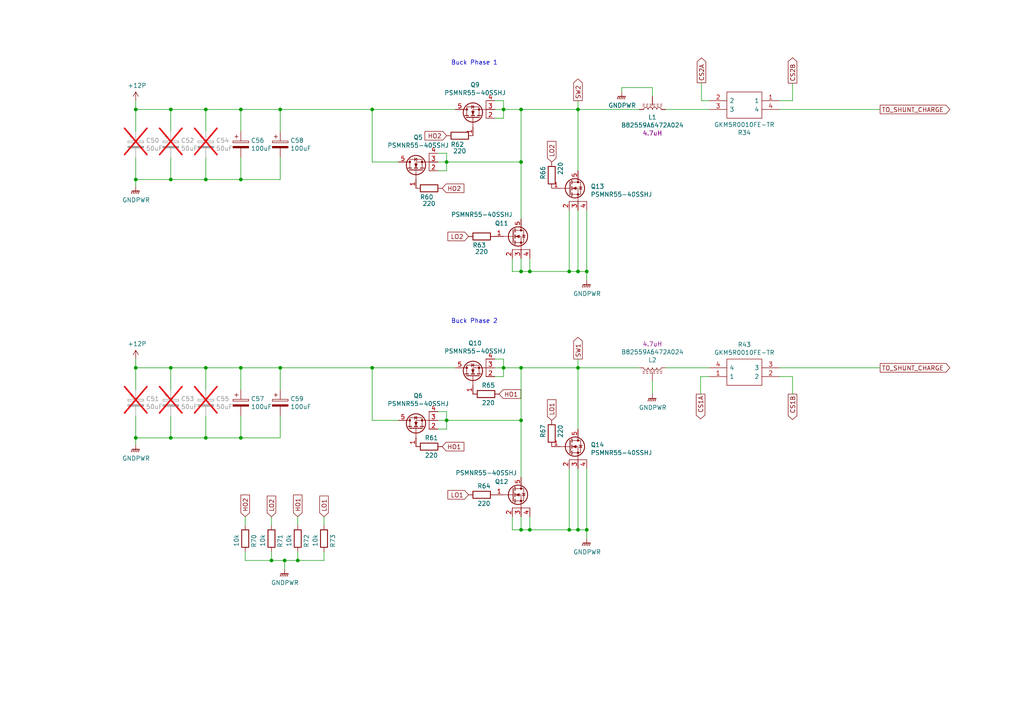
<source format=kicad_sch>
(kicad_sch (version 20231120) (generator "eeschema") (generator_version "8.0")
  (paper "A4")
  (lib_symbols
    (symbol "Device:CP" (pin_numbers hide) (pin_names (offset 0.254))
      (property "Reference" "C" (at 0.635 2.54 0))
      (property "Value" "Device_CP" (at 0.635 -2.54 0))
      (symbol "CP_0_1"
        (rectangle (start -2.286 0.508) (end 2.286 1.016))
        (polyline (pts (xy -1.778 2.286) (xy -0.762 2.286)))
        (polyline (pts (xy -1.27 2.794) (xy -1.27 1.778)))
        (rectangle (start 2.286 -0.508) (end -2.286 -1.016) (fill (type outline)))
      )
      (symbol "CP_1_1"
        (pin passive line (at 0 3.81 270) (length 2.794) (name "~") (number "1"))
        (pin passive line (at 0 -3.81 90) (length 2.794) (name "~") (number "2"))
      )
    )
    (symbol "Device:R" (pin_numbers hide) (pin_names (offset 0))
      (property "Reference" "R" (at 2.032 0 90))
      (property "Value" "R" (at 0 0 90))
      (symbol "R_0_1"
        (rectangle (start -1.016 -2.54) (end 1.016 2.54) (stroke (width 0.254)))
      )
      (symbol "R_1_1"
        (pin passive line (at 0 3.81 270) (length 1.27) (name "~") (number "1"))
        (pin passive line (at 0 -3.81 90) (length 1.27) (name "~") (number "2"))
      )
    )
    (symbol "open-lion:B82559A6472A024" (pin_numbers hide) (pin_names (offset 1.016) hide)
      (property "Reference" "L" (at -1.27 0 90))
      (property "Value" "B82559A6472A024" (at -3.81 0 90))
      (symbol "B82559A6472A024_0_0"
        (pin unspecified line (at 3.81 0 180) (length 2.54) (name "~") (number "3"))
      )
      (symbol "B82559A6472A024_0_1"
        (arc (start 0 -2.54) (mid 0.635 -1.905) (end 0 -1.27))
        (arc (start 0 -1.27) (mid 0.635 -0.635) (end 0 0))
        (polyline (pts (xy 1.016 -2.794) (xy 1.016 -2.286)))
        (polyline (pts (xy 1.016 -1.778) (xy 1.016 -1.27)))
        (polyline (pts (xy 1.016 -0.762) (xy 1.016 -0.254)))
        (polyline (pts (xy 1.016 0.254) (xy 1.016 0.762)))
        (polyline (pts (xy 1.016 1.27) (xy 1.016 1.778)))
        (polyline (pts (xy 1.016 2.286) (xy 1.016 2.794)))
        (polyline (pts (xy 1.524 -2.286) (xy 1.524 -2.794)))
        (polyline (pts (xy 1.524 -1.27) (xy 1.524 -1.778)))
        (polyline (pts (xy 1.524 -0.254) (xy 1.524 -0.762)))
        (polyline (pts (xy 1.524 0.762) (xy 1.524 0.254)))
        (polyline (pts (xy 1.524 1.778) (xy 1.524 1.27)))
        (polyline (pts (xy 1.524 2.794) (xy 1.524 2.286)))
        (arc (start 0 0) (mid 0.635 0.635) (end 0 1.27))
        (arc (start 0 1.27) (mid 0.635 1.905) (end 0 2.54))
      )
      (symbol "B82559A6472A024_1_1"
        (pin passive line (at 0 3.81 270) (length 1.27) (name "1") (number "1"))
        (pin passive line (at 0 -3.81 90) (length 1.27) (name "2") (number "2"))
      )
    )
    (symbol "open-lion:GKM5R0010FE-TR" (pin_names (offset 0.762))
      (property "Reference" "R" (at 16.51 7.62 0))
      (property "Value" "GKM5R0010FE-TR" (at 16.51 5.08 0))
      (symbol "GKM5R0010FE-TR_0_0"
        (pin passive line (at 0 -2.54 0) (length 5.08) (name "1") (number "1"))
        (pin passive line (at 20.32 -2.54 180) (length 5.08) (name "2") (number "2"))
        (pin passive line (at 20.32 0 180) (length 5.08) (name "3") (number "3"))
        (pin passive line (at 0 0 0) (length 5.08) (name "4") (number "4"))
      )
      (symbol "GKM5R0010FE-TR_0_1"
        (polyline (pts (xy 5.08 2.54) (xy 15.24 2.54) (xy 15.24 -5.08) (xy 5.08 -5.08) (xy 5.08 2.54)) (stroke (width 0.1524)))
      )
    )
    (symbol "open-lion:PSMNR55-40SSHJ" (pin_names (offset 1.016))
      (property "Reference" "Q" (at -13.97 5.08 0))
      (property "Value" "PSMNR55-40SSHJ" (at -11.684 7.366 0))
      (symbol "PSMNR55-40SSHJ_0_0"
        (pin unspecified line (at -25.4 -8.89 90) (length 2.54) (name "~") (number "2"))
        (pin unspecified line (at -22.86 -8.89 90) (length 2.54) (name "~") (number "3"))
        (pin unspecified line (at -20.32 -8.89 90) (length 2.54) (name "~") (number "4"))
        (pin unspecified line (at -22.86 2.54 270) (length 2.54) (name "~") (number "5"))
      )
      (symbol "PSMNR55-40SSHJ_0_1"
        (polyline (pts (xy -22.86 -5.08) (xy -22.86 -6.35) (xy -25.4 -6.35) (xy -20.32 -6.35)))
      )
      (symbol "PSMNR55-40SSHJ_1_1"
        (circle (center -23.749 -2.54) (radius 2.794) (stroke (width 0.254)))
        (circle (center -22.86 -4.318) (radius 0.254) (fill (type outline)))
        (circle (center -22.86 -0.762) (radius 0.254) (fill (type outline)))
        (polyline (pts (xy -25.146 -2.54) (xy -27.94 -2.54)))
        (polyline (pts (xy -25.146 -0.635) (xy -25.146 -4.445)) (stroke (width 0.254)))
        (polyline (pts (xy -24.638 -3.81) (xy -24.638 -4.826)) (stroke (width 0.254)))
        (polyline (pts (xy -24.638 -2.032) (xy -24.638 -3.048)) (stroke (width 0.254)))
        (polyline (pts (xy -24.638 -0.254) (xy -24.638 -1.27)) (stroke (width 0.254)))
        (polyline (pts (xy -22.86 0) (xy -22.86 -0.762)))
        (polyline (pts (xy -22.86 -5.08) (xy -22.86 -2.54) (xy -24.638 -2.54)))
        (polyline (pts (xy -24.638 -4.318) (xy -22.098 -4.318) (xy -22.098 -0.762) (xy -24.638 -0.762)))
        (polyline (pts (xy -24.384 -2.54) (xy -23.368 -2.159) (xy -23.368 -2.921) (xy -24.384 -2.54)) (fill (type outline)))
        (polyline (pts (xy -22.606 -2.032) (xy -22.479 -2.159) (xy -21.717 -2.159) (xy -21.59 -2.286)))
        (polyline (pts (xy -22.098 -2.159) (xy -22.479 -2.794) (xy -21.717 -2.794) (xy -22.098 -2.159)))
        (pin unspecified line (at -30.48 -2.54 0) (length 2.54) (name "~") (number "1"))
      )
    )
    (symbol "power:+12P" (power) (pin_names (offset 0))
      (property "Value" "+12P" (at 0 3.556 0))
      (symbol "+12P_0_1"
        (polyline (pts (xy -0.762 1.27) (xy 0 2.54)))
        (polyline (pts (xy 0 0) (xy 0 2.54)))
        (polyline (pts (xy 0 2.54) (xy 0.762 1.27)))
      )
      (symbol "+12P_1_1"
        (pin power_in line (at 0 0 90) (length 0) hide (name "+12P") (number "1"))
      )
    )
    (symbol "power:GNDPWR" (power) (pin_names (offset 0))
      (property "Value" "GNDPWR" (at 0 -3.302 0))
      (symbol "GNDPWR_0_1"
        (polyline (pts (xy 0 -1.27) (xy 0 0)))
        (polyline (pts (xy -1.016 -1.27) (xy -1.27 -2.032) (xy -1.27 -2.032)) (stroke (width 0.2032)))
        (polyline (pts (xy -0.508 -1.27) (xy -0.762 -2.032) (xy -0.762 -2.032)) (stroke (width 0.2032)))
        (polyline (pts (xy 0 -1.27) (xy -0.254 -2.032) (xy -0.254 -2.032)) (stroke (width 0.2032)))
        (polyline (pts (xy 0.508 -1.27) (xy 0.254 -2.032) (xy 0.254 -2.032)) (stroke (width 0.2032)))
        (polyline (pts (xy 1.016 -1.27) (xy -1.016 -1.27) (xy -1.016 -1.27)) (stroke (width 0.2032)))
        (polyline (pts (xy 1.016 -1.27) (xy 0.762 -2.032) (xy 0.762 -2.032) (xy 0.762 -2.032)) (stroke (width 0.2032)))
      )
      (symbol "GNDPWR_1_1"
        (pin power_in line (at 0 0 270) (length 0) hide (name "GNDPWR") (number "1"))
      )
    )
  )
  (junction (at 146.05 106.68))
  (junction (at 165.1 78.74))
  (junction (at 167.64 78.74))
  (junction (at 107.95 106.68))
  (junction (at 49.53 127))
  (junction (at 49.53 106.68))
  (junction (at 146.05 31.75))
  (junction (at 69.85 106.68))
  (junction (at 170.18 78.74))
  (junction (at 59.69 127))
  (junction (at 153.67 153.67))
  (junction (at 49.53 52.07))
  (junction (at 170.18 153.67))
  (junction (at 165.1 153.67))
  (junction (at 69.85 52.07))
  (junction (at 151.13 121.92))
  (junction (at 167.64 153.67))
  (junction (at 153.67 78.74))
  (junction (at 59.69 106.68))
  (junction (at 151.13 46.99))
  (junction (at 39.37 106.68))
  (junction (at 81.28 106.68))
  (junction (at 69.85 31.75))
  (junction (at 39.37 127))
  (junction (at 86.36 162.56))
  (junction (at 129.54 121.92))
  (junction (at 82.55 162.56))
  (junction (at 151.13 153.67))
  (junction (at 167.64 106.68))
  (junction (at 39.37 52.07))
  (junction (at 59.69 31.75))
  (junction (at 151.13 78.74))
  (junction (at 129.54 46.99))
  (junction (at 167.64 31.75))
  (junction (at 78.74 162.56))
  (junction (at 81.28 31.75))
  (junction (at 39.37 31.75))
  (junction (at 69.85 127))
  (junction (at 59.69 52.07))
  (junction (at 49.53 31.75))
  (junction (at 151.13 31.75))
  (junction (at 151.13 106.68))
  (junction (at 107.95 31.75))
  (wire (pts (xy 78.74 160.02) (xy 78.74 162.56)))
  (wire (pts (xy 146.05 106.68) (xy 151.13 106.68)))
  (wire (pts (xy 39.37 106.68) (xy 49.53 106.68)))
  (wire (pts (xy 86.36 149.86) (xy 86.36 152.4)))
  (wire (pts (xy 205.74 29.21) (xy 203.454 29.21)))
  (wire (pts (xy 146.05 31.75) (xy 146.05 34.29)))
  (wire (pts (xy 39.37 52.07) (xy 49.53 52.07)))
  (wire (pts (xy 226.06 109.22) (xy 229.87 109.22)))
  (wire (pts (xy 167.64 135.89) (xy 167.64 153.67)))
  (wire (pts (xy 165.1 153.67) (xy 167.64 153.67)))
  (wire (pts (xy 69.85 45.72) (xy 69.85 52.07)))
  (wire (pts (xy 143.51 106.68) (xy 146.05 106.68)))
  (wire (pts (xy 203.2 109.22) (xy 203.2 114.3)))
  (wire (pts (xy 143.51 31.75) (xy 146.05 31.75)))
  (wire (pts (xy 39.37 31.75) (xy 39.37 38.1)))
  (wire (pts (xy 69.85 120.65) (xy 69.85 127)))
  (wire (pts (xy 59.69 38.1) (xy 59.69 31.75)))
  (wire (pts (xy 153.67 78.74) (xy 151.13 78.74)))
  (wire (pts (xy 226.06 106.68) (xy 255.27 106.68)))
  (wire (pts (xy 146.05 31.75) (xy 151.13 31.75)))
  (wire (pts (xy 129.54 121.92) (xy 129.54 124.46)))
  (wire (pts (xy 39.37 31.75) (xy 49.53 31.75)))
  (wire (pts (xy 39.37 104.14) (xy 39.37 106.68)))
  (wire (pts (xy 180.34 26.67) (xy 180.34 25.4)))
  (wire (pts (xy 127 119.38) (xy 129.54 119.38)))
  (wire (pts (xy 93.98 149.86) (xy 93.98 152.4)))
  (wire (pts (xy 49.53 127) (xy 59.69 127)))
  (wire (pts (xy 226.06 31.75) (xy 255.27 31.75)))
  (wire (pts (xy 71.12 162.56) (xy 71.12 160.02)))
  (wire (pts (xy 81.28 113.03) (xy 81.28 106.68)))
  (wire (pts (xy 167.64 31.75) (xy 167.64 29.21)))
  (wire (pts (xy 49.53 31.75) (xy 59.69 31.75)))
  (wire (pts (xy 229.87 109.22) (xy 229.87 114.3)))
  (wire (pts (xy 49.53 120.65) (xy 49.53 127)))
  (wire (pts (xy 167.64 78.74) (xy 170.18 78.74)))
  (wire (pts (xy 78.74 162.56) (xy 82.55 162.56)))
  (wire (pts (xy 59.69 106.68) (xy 69.85 106.68)))
  (wire (pts (xy 151.13 121.92) (xy 151.13 106.68)))
  (wire (pts (xy 167.64 106.68) (xy 185.42 106.68)))
  (wire (pts (xy 167.64 124.46) (xy 167.64 106.68)))
  (wire (pts (xy 146.05 109.22) (xy 143.51 109.22)))
  (wire (pts (xy 39.37 54.102) (xy 39.37 52.07)))
  (wire (pts (xy 59.69 120.65) (xy 59.69 127)))
  (wire (pts (xy 189.23 27.94) (xy 189.23 25.4)))
  (wire (pts (xy 69.85 106.68) (xy 81.28 106.68)))
  (wire (pts (xy 146.05 106.68) (xy 146.05 109.22)))
  (wire (pts (xy 107.95 46.99) (xy 107.95 31.75)))
  (wire (pts (xy 71.12 162.56) (xy 78.74 162.56)))
  (wire (pts (xy 59.69 31.75) (xy 69.85 31.75)))
  (wire (pts (xy 132.08 106.68) (xy 107.95 106.68)))
  (wire (pts (xy 153.67 153.67) (xy 151.13 153.67)))
  (wire (pts (xy 165.1 78.74) (xy 167.64 78.74)))
  (wire (pts (xy 151.13 46.99) (xy 151.13 31.75)))
  (wire (pts (xy 189.23 110.49) (xy 189.23 114.3)))
  (wire (pts (xy 39.37 127) (xy 49.53 127)))
  (wire (pts (xy 69.85 38.1) (xy 69.85 31.75)))
  (wire (pts (xy 151.13 138.43) (xy 151.13 121.92)))
  (wire (pts (xy 151.13 74.93) (xy 151.13 78.74)))
  (wire (pts (xy 170.18 81.28) (xy 170.18 78.74)))
  (wire (pts (xy 39.37 45.72) (xy 39.37 52.07)))
  (wire (pts (xy 49.53 45.72) (xy 49.53 52.07)))
  (wire (pts (xy 82.55 165.1) (xy 82.55 162.56)))
  (wire (pts (xy 226.06 29.21) (xy 229.87 29.21)))
  (wire (pts (xy 129.54 119.38) (xy 129.54 121.92)))
  (wire (pts (xy 151.13 106.68) (xy 167.64 106.68)))
  (wire (pts (xy 81.28 127) (xy 81.28 120.65)))
  (wire (pts (xy 49.53 113.03) (xy 49.53 106.68)))
  (wire (pts (xy 59.69 127) (xy 69.85 127)))
  (wire (pts (xy 59.69 52.07) (xy 69.85 52.07)))
  (wire (pts (xy 81.28 106.68) (xy 107.95 106.68)))
  (wire (pts (xy 170.18 135.89) (xy 170.18 153.67)))
  (wire (pts (xy 81.28 38.1) (xy 81.28 31.75)))
  (wire (pts (xy 93.98 162.56) (xy 93.98 160.02)))
  (wire (pts (xy 153.67 149.86) (xy 153.67 153.67)))
  (wire (pts (xy 78.74 152.4) (xy 78.74 149.86)))
  (wire (pts (xy 151.13 63.5) (xy 151.13 46.99)))
  (wire (pts (xy 205.74 31.75) (xy 193.04 31.75)))
  (wire (pts (xy 127 44.45) (xy 129.54 44.45)))
  (wire (pts (xy 49.53 106.68) (xy 59.69 106.68)))
  (wire (pts (xy 69.85 52.07) (xy 81.28 52.07)))
  (wire (pts (xy 151.13 149.86) (xy 151.13 153.67)))
  (wire (pts (xy 180.34 25.4) (xy 189.23 25.4)))
  (wire (pts (xy 39.37 106.68) (xy 39.37 113.03)))
  (wire (pts (xy 167.64 153.67) (xy 170.18 153.67)))
  (wire (pts (xy 69.85 127) (xy 81.28 127)))
  (wire (pts (xy 49.53 38.1) (xy 49.53 31.75)))
  (wire (pts (xy 39.37 129.032) (xy 39.37 127)))
  (wire (pts (xy 115.57 121.92) (xy 107.95 121.92)))
  (wire (pts (xy 127 121.92) (xy 129.54 121.92)))
  (wire (pts (xy 153.67 74.93) (xy 153.67 78.74)))
  (wire (pts (xy 86.36 160.02) (xy 86.36 162.56)))
  (wire (pts (xy 81.28 31.75) (xy 107.95 31.75)))
  (wire (pts (xy 132.08 31.75) (xy 107.95 31.75)))
  (wire (pts (xy 129.54 46.99) (xy 129.54 49.53)))
  (wire (pts (xy 167.64 60.96) (xy 167.64 78.74)))
  (wire (pts (xy 129.54 124.46) (xy 127 124.46)))
  (wire (pts (xy 170.18 60.96) (xy 170.18 78.74)))
  (wire (pts (xy 167.64 49.53) (xy 167.64 31.75)))
  (wire (pts (xy 39.37 120.65) (xy 39.37 127)))
  (wire (pts (xy 205.74 106.68) (xy 193.04 106.68)))
  (wire (pts (xy 151.13 153.67) (xy 148.59 153.67)))
  (wire (pts (xy 146.05 34.29) (xy 143.51 34.29)))
  (wire (pts (xy 107.95 121.92) (xy 107.95 106.68)))
  (wire (pts (xy 81.28 52.07) (xy 81.28 45.72)))
  (wire (pts (xy 129.54 44.45) (xy 129.54 46.99)))
  (wire (pts (xy 143.51 29.21) (xy 146.05 29.21)))
  (wire (pts (xy 129.54 46.99) (xy 151.13 46.99)))
  (wire (pts (xy 151.13 31.75) (xy 167.64 31.75)))
  (wire (pts (xy 153.67 78.74) (xy 165.1 78.74)))
  (wire (pts (xy 205.74 109.22) (xy 203.2 109.22)))
  (wire (pts (xy 146.05 29.21) (xy 146.05 31.75)))
  (wire (pts (xy 170.18 156.21) (xy 170.18 153.67)))
  (wire (pts (xy 153.67 153.67) (xy 165.1 153.67)))
  (wire (pts (xy 167.64 106.68) (xy 167.64 104.14)))
  (wire (pts (xy 69.85 113.03) (xy 69.85 106.68)))
  (wire (pts (xy 39.37 29.21) (xy 39.37 31.75)))
  (wire (pts (xy 69.85 31.75) (xy 81.28 31.75)))
  (wire (pts (xy 165.1 60.96) (xy 165.1 78.74)))
  (wire (pts (xy 115.57 46.99) (xy 107.95 46.99)))
  (wire (pts (xy 229.87 29.21) (xy 229.87 24.13)))
  (wire (pts (xy 143.51 104.14) (xy 146.05 104.14)))
  (wire (pts (xy 129.54 121.92) (xy 151.13 121.92)))
  (wire (pts (xy 71.12 149.86) (xy 71.12 152.4)))
  (wire (pts (xy 82.55 162.56) (xy 86.36 162.56)))
  (wire (pts (xy 49.53 52.07) (xy 59.69 52.07)))
  (wire (pts (xy 59.69 113.03) (xy 59.69 106.68)))
  (wire (pts (xy 148.59 78.74) (xy 148.59 74.93)))
  (wire (pts (xy 165.1 135.89) (xy 165.1 153.67)))
  (wire (pts (xy 148.59 153.67) (xy 148.59 149.86)))
  (wire (pts (xy 146.05 104.14) (xy 146.05 106.68)))
  (wire (pts (xy 151.13 78.74) (xy 148.59 78.74)))
  (wire (pts (xy 59.69 45.72) (xy 59.69 52.07)))
  (wire (pts (xy 86.36 162.56) (xy 93.98 162.56)))
  (wire (pts (xy 129.54 49.53) (xy 127 49.53)))
  (wire (pts (xy 167.64 31.75) (xy 185.42 31.75)))
  (wire (pts (xy 127 46.99) (xy 129.54 46.99)))
  (wire (pts (xy 203.454 24.003) (xy 203.454 29.21)))
  (text "Buck Phase 2" (at 130.81 93.98 0) (effects (font (size 1.27 1.27)) (justify left bottom)))
  (text "Buck Phase 1" (at 130.81 19.05 0) (effects (font (size 1.27 1.27)) (justify left bottom)))
  (global_label "LO2" (shape input) (at 78.74 149.86 90) (property "Intersheetrefs" "${INTERSHEET_REFS}" (effects (hide yes))))
  (global_label "CS2B" (shape output) (at 229.87 24.13 90) (property "Intersheetrefs" "${INTERSHEET_REFS}" (effects (hide yes))))
  (global_label "LO2" (shape input) (at 160.02 46.99 90) (property "Intersheetrefs" "${INTERSHEET_REFS}" (effects (hide yes))))
  (global_label "TO_SHUNT_CHARGE" (shape output) (at 255.27 106.68 0) (property "Intersheetrefs" "${INTERSHEET_REFS}" (effects (hide yes))))
  (global_label "SW2" (shape output) (at 167.64 29.21 90) (property "Intersheetrefs" "${INTERSHEET_REFS}" (effects (hide yes))))
  (global_label "HO1" (shape input) (at 128.27 129.54 0) (property "Intersheetrefs" "${INTERSHEET_REFS}" (effects (hide yes))))
  (global_label "SW1" (shape output) (at 167.64 104.14 90) (property "Intersheetrefs" "${INTERSHEET_REFS}" (effects (hide yes))))
  (global_label "HO2" (shape input) (at 128.27 54.61 0) (property "Intersheetrefs" "${INTERSHEET_REFS}" (effects (hide yes))))
  (global_label "CS2A" (shape output) (at 203.454 24.003 90) (property "Intersheetrefs" "${INTERSHEET_REFS}" (effects (hide yes))))
  (global_label "HO2" (shape input) (at 129.54 39.37 180) (property "Intersheetrefs" "${INTERSHEET_REFS}" (effects (hide yes))))
  (global_label "HO1" (shape input) (at 86.36 149.86 90) (property "Intersheetrefs" "${INTERSHEET_REFS}" (effects (hide yes))))
  (global_label "HO1" (shape input) (at 144.78 114.3 0) (property "Intersheetrefs" "${INTERSHEET_REFS}" (effects (hide yes))))
  (global_label "CS1B" (shape output) (at 229.87 114.3 270) (property "Intersheetrefs" "${INTERSHEET_REFS}" (effects (hide yes))))
  (global_label "CS1A" (shape output) (at 203.2 114.3 270) (property "Intersheetrefs" "${INTERSHEET_REFS}" (effects (hide yes))))
  (global_label "LO1" (shape input) (at 160.02 121.92 90) (property "Intersheetrefs" "${INTERSHEET_REFS}" (effects (hide yes))))
  (global_label "TO_SHUNT_CHARGE" (shape output) (at 255.27 31.75 0) (property "Intersheetrefs" "${INTERSHEET_REFS}" (effects (hide yes))))
  (global_label "LO1" (shape input) (at 135.89 143.51 180) (property "Intersheetrefs" "${INTERSHEET_REFS}" (effects (hide yes))))
  (global_label "LO1" (shape input) (at 93.98 149.86 90) (property "Intersheetrefs" "${INTERSHEET_REFS}" (effects (hide yes))))
  (global_label "HO2" (shape input) (at 71.12 149.86 90) (property "Intersheetrefs" "${INTERSHEET_REFS}" (effects (hide yes))))
  (global_label "LO2" (shape input) (at 135.89 68.58 180) (property "Intersheetrefs" "${INTERSHEET_REFS}" (effects (hide yes))))
  (symbol (lib_id "power:GNDPWR") (at 39.37 54.102 0) (unit 1)
    (property "Reference" "#PWR0156" (effects (hide yes)))
    (property "Value" "GNDPWR" (at 39.4716 58.0136 0))
  )
  (symbol (lib_id "power:GNDPWR") (at 39.37 129.032 0) (unit 1)
    (property "Reference" "#PWR0157" (effects (hide yes)))
    (property "Value" "GNDPWR" (at 39.4716 132.9436 0))
  )
  (symbol (lib_id "open-lion:PSMNR55-40SSHJ") (at 118.11 24.13 90) (unit 1)
    (property "Reference" "Q5" (at 121.285 39.8526 90))
    (property "Value" "PSMNR55-40SSHJ" (at 121.285 42.164 90))
    (property "Footprint" "libTX54:LFPAK88" (effects (hide yes)))
  )
  (symbol (lib_id "open-lion:PSMNR55-40SSHJ") (at 134.62 8.89 90) (unit 1)
    (property "Reference" "Q9" (at 137.795 24.6126 90))
    (property "Value" "PSMNR55-40SSHJ" (at 137.795 26.924 90))
    (property "Footprint" "libTX54:LFPAK88" (effects (hide yes)))
  )
  (symbol (lib_id "open-lion:PSMNR55-40SSHJ") (at 190.5 52.07 0) (unit 1)
    (property "Reference" "Q13" (at 171.2976 54.0766 0) (effects (justify left)))
    (property "Value" "PSMNR55-40SSHJ" (at 171.2976 56.388 0) (effects (justify left)))
    (property "Footprint" "libTX54:LFPAK88" (effects (hide yes)))
  )
  (symbol (lib_id "open-lion:PSMNR55-40SSHJ") (at 173.99 66.04 0) (unit 1)
    (property "Reference" "Q11" (at 143.51 64.77 0) (effects (justify left)))
    (property "Value" "PSMNR55-40SSHJ" (at 130.81 62.23 0) (effects (justify left)))
    (property "Footprint" "libTX54:LFPAK88" (effects (hide yes)))
  )
  (symbol (lib_id "open-lion:B82559A6472A024") (at 189.23 31.75 90) (unit 1)
    (property "Reference" "L1" (at 189.23 34.0106 90))
    (property "Value" "B82559A6472A024" (at 189.23 36.322 90))
    (property "Footprint" "libTX54:B82559A6472A024" (effects (hide yes)))
    (property "Description" "Inductor with ferrite core" (effects (hide yes)))
    (property "ValueL" "4.7uH" (at 189.23 38.6334 90))
  )
  (symbol (lib_id "open-lion:GKM5R0010FE-TR") (at 226.06 31.75 180) (unit 1)
    (property "Reference" "R34" (at 215.9 38.481 0))
    (property "Value" "GKM5R0010FE-TR" (at 215.9 36.1696 0))
    (property "Footprint" "GKM5R0010FETR" (effects (hide yes)))
    (property "Datasheet" "https://www.mouser.de/datasheet/2/303/res_fkgk-1628343.pdf" (effects (hide yes)))
    (property "Description" "Current Sense Resistors - SMD 5W 1% 0.001 OHM" (effects (hide yes)))
    (property "Height" "3.5" (effects (hide yes)))
    (property "Manufacturer_Name" "Ohmite" (effects (hide yes)))
    (property "Manufacturer_Part_Number" "GKM5R0010FE-TR" (effects (hide yes)))
    (property "Mouser Part Number" "588-GKM5R0010FE-TR" (effects (hide yes)))
    (property "Mouser Price/Stock" "https://www.mouser.co.uk/ProductDetail/Ohmite/GKM5R0010FE-TR?qs=0lSvoLzn4L%252BLS%252BxDGju16g%3D%3D" (effects (hide yes)))
    (property "Description_1" "Current Sense Resistors - SMD 5W 1% 0.001 OHM" (effects (hide yes)))
  )
  (symbol (lib_id "power:GNDPWR") (at 170.18 81.28 0) (unit 1)
    (property "Reference" "#PWR0117" (effects (hide yes)))
    (property "Value" "GNDPWR" (at 170.2816 85.1916 0))
  )
  (symbol (lib_id "power:+12P") (at 39.37 29.21 0) (unit 1)
    (property "Reference" "#PWR0115" (effects (hide yes)))
    (property "Value" "+12P" (at 39.751 24.8158 0))
  )
  (symbol (lib_id "Device:CP") (at 39.37 41.91 0) (unit 1) (dnp yes)
    (property "Reference" "C50" (at 42.291 40.7416 0) (effects (justify left)))
    (property "Value" "50uF" (at 42.291 43.053 0) (effects (justify left)))
    (property "Footprint" "open-lion:SMD_Lytic_E" (effects (hide yes)))
  )
  (symbol (lib_id "Device:CP") (at 49.53 41.91 0) (unit 1) (dnp yes)
    (property "Reference" "C52" (at 52.451 40.7416 0) (effects (justify left)))
    (property "Value" "50uF" (at 52.451 43.053 0) (effects (justify left)))
    (property "Footprint" "open-lion:SMD_Lytic_E" (effects (hide yes)))
  )
  (symbol (lib_id "Device:CP") (at 59.69 41.91 0) (unit 1) (dnp yes)
    (property "Reference" "C54" (at 62.611 40.7416 0) (effects (justify left)))
    (property "Value" "50uF" (at 62.611 43.053 0) (effects (justify left)))
    (property "Footprint" "open-lion:SMD_Lytic_E" (effects (hide yes)))
  )
  (symbol (lib_id "Device:CP") (at 69.85 41.91 0) (unit 1)
    (property "Reference" "C56" (at 72.771 40.7416 0) (effects (justify left)))
    (property "Value" "100uF" (at 72.771 43.053 0) (effects (justify left)))
    (property "Footprint" "open-lion:EEEFP0J331AV" (effects (hide yes)))
  )
  (symbol (lib_id "Device:CP") (at 81.28 41.91 0) (unit 1)
    (property "Reference" "C58" (at 84.201 40.7416 0) (effects (justify left)))
    (property "Value" "100uF" (at 84.201 43.053 0) (effects (justify left)))
    (property "Footprint" "open-lion:EEEFP0J331AV" (effects (hide yes)))
  )
  (symbol (lib_id "power:GNDPWR") (at 180.34 26.67 0) (unit 1)
    (property "Reference" "#PWR0119" (effects (hide yes)))
    (property "Value" "GNDPWR" (at 180.4416 30.5816 0))
  )
  (symbol (lib_id "open-lion:PSMNR55-40SSHJ") (at 118.11 99.06 90) (unit 1)
    (property "Reference" "Q6" (at 121.285 114.7826 90))
    (property "Value" "PSMNR55-40SSHJ" (at 121.285 117.094 90))
    (property "Footprint" "libTX54:LFPAK88" (effects (hide yes)))
  )
  (symbol (lib_id "open-lion:PSMNR55-40SSHJ") (at 134.62 83.82 90) (unit 1)
    (property "Reference" "Q10" (at 137.795 99.5426 90))
    (property "Value" "PSMNR55-40SSHJ" (at 137.795 101.854 90))
    (property "Footprint" "libTX54:LFPAK88" (effects (hide yes)))
  )
  (symbol (lib_id "open-lion:PSMNR55-40SSHJ") (at 190.5 127 0) (unit 1)
    (property "Reference" "Q14" (at 171.2976 129.0066 0) (effects (justify left)))
    (property "Value" "PSMNR55-40SSHJ" (at 171.2976 131.318 0) (effects (justify left)))
    (property "Footprint" "libTX54:LFPAK88" (effects (hide yes)))
  )
  (symbol (lib_id "open-lion:PSMNR55-40SSHJ") (at 173.99 140.97 0) (unit 1)
    (property "Reference" "Q12" (at 143.51 139.7 0) (effects (justify left)))
    (property "Value" "PSMNR55-40SSHJ" (at 132.08 137.16 0) (effects (justify left)))
    (property "Footprint" "libTX54:LFPAK88" (effects (hide yes)))
  )
  (symbol (lib_id "open-lion:B82559A6472A024") (at 189.23 106.68 270) (unit 1)
    (property "Reference" "L2" (at 189.23 104.4194 90))
    (property "Value" "B82559A6472A024" (at 189.23 102.108 90))
    (property "Footprint" "libTX54:B82559A6472A024" (effects (hide yes)))
    (property "Description" "Inductor with ferrite core" (effects (hide yes)))
    (property "ValueL" "4.7uH" (at 189.23 99.7966 90))
  )
  (symbol (lib_id "open-lion:GKM5R0010FE-TR") (at 205.74 106.68 0) (unit 1)
    (property "Reference" "R43" (at 215.9 99.949 0))
    (property "Value" "GKM5R0010FE-TR" (at 215.9 102.2604 0))
    (property "Footprint" "GKM5R0010FETR" (effects (hide yes)))
    (property "Datasheet" "https://www.mouser.de/datasheet/2/303/res_fkgk-1628343.pdf" (effects (hide yes)))
    (property "Description" "Current Sense Resistors - SMD 5W 1% 0.001 OHM" (effects (hide yes)))
    (property "Height" "3.5" (effects (hide yes)))
    (property "Manufacturer_Name" "Ohmite" (effects (hide yes)))
    (property "Manufacturer_Part_Number" "GKM5R0010FE-TR" (effects (hide yes)))
    (property "Mouser Part Number" "588-GKM5R0010FE-TR" (effects (hide yes)))
    (property "Mouser Price/Stock" "https://www.mouser.co.uk/ProductDetail/Ohmite/GKM5R0010FE-TR?qs=0lSvoLzn4L%252BLS%252BxDGju16g%3D%3D" (effects (hide yes)))
    (property "Description_1" "Current Sense Resistors - SMD 5W 1% 0.001 OHM" (effects (hide yes)))
  )
  (symbol (lib_id "power:GNDPWR") (at 170.18 156.21 0) (unit 1)
    (property "Reference" "#PWR0118" (effects (hide yes)))
    (property "Value" "GNDPWR" (at 170.2816 160.1216 0))
  )
  (symbol (lib_id "power:+12P") (at 39.37 104.14 0) (unit 1)
    (property "Reference" "#PWR0116" (effects (hide yes)))
    (property "Value" "+12P" (at 39.751 99.7458 0))
  )
  (symbol (lib_id "Device:CP") (at 39.37 116.84 0) (unit 1) (dnp yes)
    (property "Reference" "C51" (at 42.291 115.6716 0) (effects (justify left)))
    (property "Value" "50uF" (at 42.291 117.983 0) (effects (justify left)))
    (property "Footprint" "open-lion:SMD_Lytic_E" (effects (hide yes)))
  )
  (symbol (lib_id "Device:CP") (at 49.53 116.84 0) (unit 1) (dnp yes)
    (property "Reference" "C53" (at 52.451 115.6716 0) (effects (justify left)))
    (property "Value" "50uF" (at 52.451 117.983 0) (effects (justify left)))
    (property "Footprint" "open-lion:SMD_Lytic_E" (effects (hide yes)))
  )
  (symbol (lib_id "Device:CP") (at 59.69 116.84 0) (unit 1) (dnp yes)
    (property "Reference" "C55" (at 62.611 115.6716 0) (effects (justify left)))
    (property "Value" "50uF" (at 62.611 117.983 0) (effects (justify left)))
    (property "Footprint" "open-lion:SMD_Lytic_E" (effects (hide yes)))
  )
  (symbol (lib_id "Device:CP") (at 69.85 116.84 0) (unit 1)
    (property "Reference" "C57" (at 72.771 115.6716 0) (effects (justify left)))
    (property "Value" "100uF" (at 72.771 117.983 0) (effects (justify left)))
    (property "Footprint" "open-lion:EEEFP0J331AV" (effects (hide yes)))
  )
  (symbol (lib_id "Device:CP") (at 81.28 116.84 0) (unit 1)
    (property "Reference" "C59" (at 84.201 115.6716 0) (effects (justify left)))
    (property "Value" "100uF" (at 84.201 117.983 0) (effects (justify left)))
    (property "Footprint" "open-lion:EEEFP0J331AV" (effects (hide yes)))
  )
  (symbol (lib_id "power:GNDPWR") (at 189.23 114.3 0) (unit 1)
    (property "Reference" "#PWR0120" (effects (hide yes)))
    (property "Value" "GNDPWR" (at 189.3316 118.2116 0))
  )
  (symbol (lib_id "Device:R") (at 133.35 39.37 90) (unit 1)
    (property "Reference" "R62" (at 134.62 41.91 90) (effects (justify left)))
    (property "Value" "220" (at 135.255 43.815 90) (effects (justify left)))
    (property "Footprint" "Resistor_SMD:R_0805_2012Metric" (effects (hide yes)))
  )
  (symbol (lib_id "Device:R") (at 124.46 54.61 90) (unit 1)
    (property "Reference" "R60" (at 125.73 57.15 90) (effects (justify left)))
    (property "Value" "220" (at 126.365 59.055 90) (effects (justify left)))
    (property "Footprint" "Resistor_SMD:R_0805_2012Metric" (effects (hide yes)))
  )
  (symbol (lib_id "Device:R") (at 139.7 68.58 90) (unit 1)
    (property "Reference" "R63" (at 140.97 71.12 90) (effects (justify left)))
    (property "Value" "220" (at 141.605 73.025 90) (effects (justify left)))
    (property "Footprint" "Resistor_SMD:R_0805_2012Metric" (effects (hide yes)))
  )
  (symbol (lib_id "Device:R") (at 160.02 50.8 0) (unit 1)
    (property "Reference" "R66" (at 157.48 52.07 90) (effects (justify left)))
    (property "Value" "220" (at 162.56 50.8 90) (effects (justify left)))
    (property "Footprint" "Resistor_SMD:R_0805_2012Metric" (effects (hide yes)))
  )
  (symbol (lib_id "Device:R") (at 124.46 129.54 270) (unit 1)
    (property "Reference" "R61" (at 123.19 127 90) (effects (justify left)))
    (property "Value" "220" (at 123.19 132.08 90) (effects (justify left)))
    (property "Footprint" "Resistor_SMD:R_0805_2012Metric" (effects (hide yes)))
  )
  (symbol (lib_id "Device:R") (at 140.97 114.3 270) (unit 1)
    (property "Reference" "R65" (at 139.7 111.76 90) (effects (justify left)))
    (property "Value" "220" (at 139.7 116.84 90) (effects (justify left)))
    (property "Footprint" "Resistor_SMD:R_0805_2012Metric" (effects (hide yes)))
  )
  (symbol (lib_id "Device:R") (at 139.7 143.51 270) (unit 1)
    (property "Reference" "R64" (at 138.43 140.97 90) (effects (justify left)))
    (property "Value" "220" (at 138.43 146.05 90) (effects (justify left)))
    (property "Footprint" "Resistor_SMD:R_0805_2012Metric" (effects (hide yes)))
  )
  (symbol (lib_id "Device:R") (at 160.02 125.73 0) (unit 1)
    (property "Reference" "R67" (at 157.48 127 90) (effects (justify left)))
    (property "Value" "220" (at 162.56 127 90) (effects (justify left)))
    (property "Footprint" "Resistor_SMD:R_0805_2012Metric" (effects (hide yes)))
  )
  (symbol (lib_id "Device:R") (at 71.12 156.21 180) (unit 1)
    (property "Reference" "R70" (at 73.66 154.94 90) (effects (justify left)))
    (property "Value" "10k" (at 68.58 154.94 90) (effects (justify left)))
    (property "Footprint" "Resistor_SMD:R_0805_2012Metric" (effects (hide yes)))
  )
  (symbol (lib_id "power:GNDPWR") (at 82.55 165.1 0) (unit 1)
    (property "Reference" "#PWR0159" (effects (hide yes)))
    (property "Value" "GNDPWR" (at 82.6516 169.0116 0))
  )
  (symbol (lib_id "Device:R") (at 78.74 156.21 180) (unit 1)
    (property "Reference" "R71" (at 81.28 154.94 90) (effects (justify left)))
    (property "Value" "10k" (at 76.2 154.94 90) (effects (justify left)))
    (property "Footprint" "Resistor_SMD:R_0805_2012Metric" (effects (hide yes)))
  )
  (symbol (lib_id "Device:R") (at 86.36 156.21 180) (unit 1)
    (property "Reference" "R72" (at 88.9 154.94 90) (effects (justify left)))
    (property "Value" "10k" (at 83.82 154.94 90) (effects (justify left)))
    (property "Footprint" "Resistor_SMD:R_0805_2012Metric" (effects (hide yes)))
  )
  (symbol (lib_id "Device:R") (at 93.98 156.21 180) (unit 1)
    (property "Reference" "R73" (at 96.52 154.94 90) (effects (justify left)))
    (property "Value" "10k" (at 91.44 154.94 90) (effects (justify left)))
    (property "Footprint" "Resistor_SMD:R_0805_2012Metric" (effects (hide yes)))
  )
)
</source>
